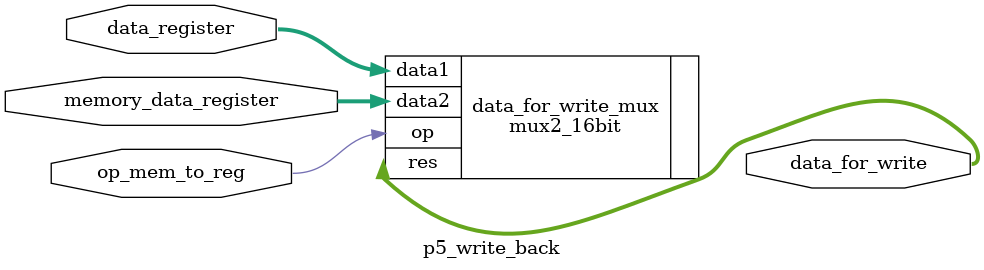
<source format=v>
module p5_write_back(

  //DRの内容
  input [15:0] data_register,

  //MDRの内容
  input [15:0] memory_data_register,

  //出力を決める制御線
  input op_mem_to_reg,

  //書き込みデータ
  output [15:0] data_for_write);

  mux2_16bit data_for_write_mux(
    .data1(data_register),
    .data2(memory_data_register),
    .op(op_mem_to_reg),
    .res(data_for_write));

endmodule

</source>
